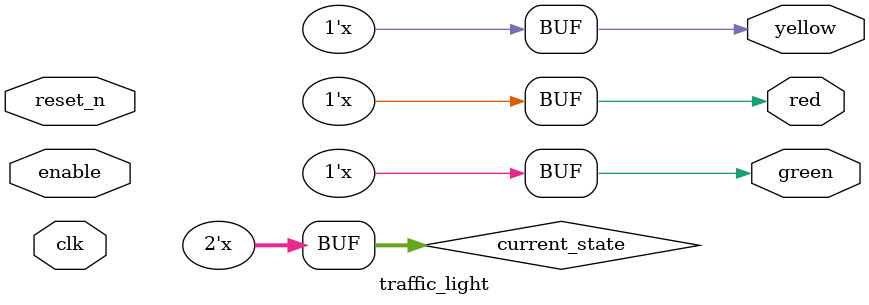
<source format=v>
module traffic_light (
    input wire clk,
    input wire reset_n,
    input wire enable,
    output reg red,
    output reg yellow,
    output reg green
);

// Define the states
reg [1:0] current_state;
parameter RED = 2'b00, GREEN = 2'b01, YELLOW = 2'b10;

// Counter for clock cycles
reg [5:0] counter;

// Next state logic
always @(*) begin
    case (current_state)
        RED: begin
            if (counter >= 6'd31)
                current_state = GREEN;
        end
        GREEN: begin
            if (counter >= 6'd19)
                current_state = YELLOW;
        end
        YELLOW: begin
            if (counter >= 6'd6)
                current_state = RED;
        end
    endcase
end

// State and counter update
always @(posedge clk or negedge reset_n) begin
    if (!reset_n) begin
        current_state <= RED;
        counter <= 6'd0;
    end else if (enable) begin
        if (current_state == RED && counter >= 6'd31) begin
            current_state <= GREEN;
            counter <= 6'd0;
        end else if (current_state == GREEN && counter >= 6'd19) begin
            current_state <= YELLOW;
            counter <= 6'd0;
        end else if (current_state == YELLOW && counter >= 6'd6) begin
            current_state <= RED;
            counter <= 6'd0;
        end else begin
            counter <= counter + 6'd1;
        end
    end
end

// Output logic
always @(*) begin
    red = (current_state == RED);
    green = (current_state == GREEN);
    yellow = (current_state == YELLOW);
end

endmodule


</source>
